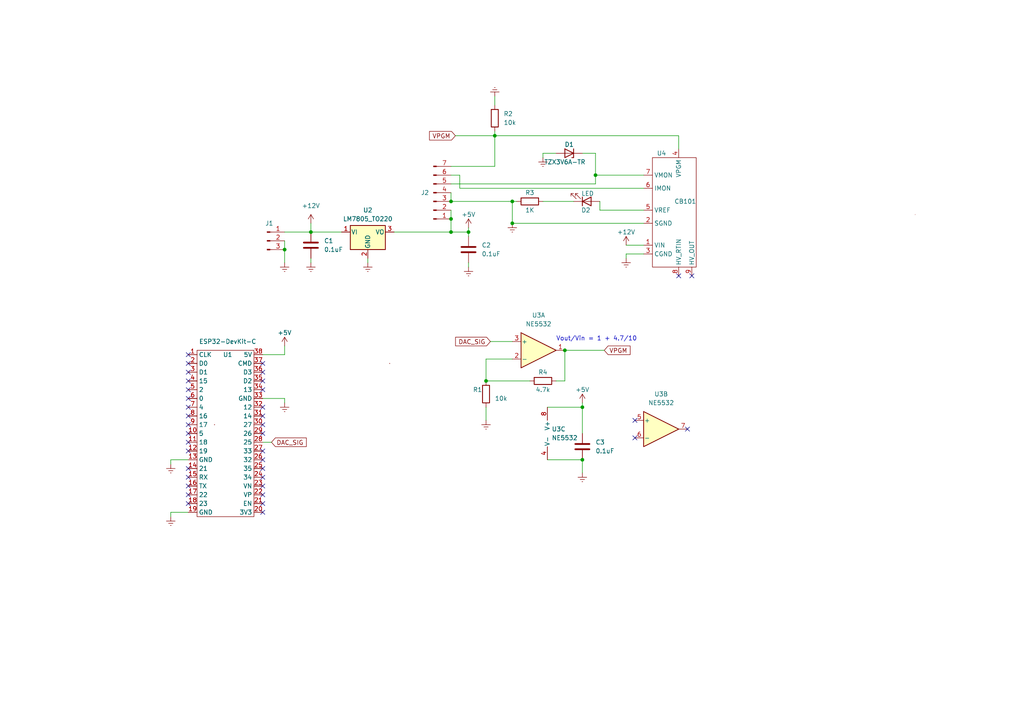
<source format=kicad_sch>
(kicad_sch (version 20211123) (generator eeschema)
  (paper "A4")
  (lib_symbols
    (symbol "Amplifier_Operational:NE5532" (pin_names (offset 0.127))
      (property "Reference" "U" (at 0 5.08 0))
      (property "Value" "NE5532" (at 0 -5.08 0))
      (symbol "NE5532_1_1"
        (polyline (pts (xy -5.08 5.08) (xy 5.08 0) (xy -5.08 -5.08) (xy -5.08 5.08)) (stroke (width 0.254)) (fill (type background)))
        (pin output line (at 7.62 0 180) (length 2.54) (name "~") (number "1"))
        (pin input line (at -7.62 -2.54 0) (length 2.54) (name "-") (number "2"))
        (pin input line (at -7.62 2.54 0) (length 2.54) (name "+") (number "3"))
      )
      (symbol "NE5532_2_1"
        (polyline (pts (xy -5.08 5.08) (xy 5.08 0) (xy -5.08 -5.08) (xy -5.08 5.08)) (stroke (width 0.254)) (fill (type background)))
        (pin input line (at -7.62 2.54 0) (length 2.54) (name "+") (number "5"))
        (pin input line (at -7.62 -2.54 0) (length 2.54) (name "-") (number "6"))
        (pin output line (at 7.62 0 180) (length 2.54) (name "~") (number "7"))
      )
      (symbol "NE5532_3_1"
        (pin power_in line (at -2.54 -7.62 90) (length 3.81) (name "V-") (number "4"))
        (pin power_in line (at -2.54 7.62 270) (length 3.81) (name "V+") (number "8"))
      )
    )
    (symbol "Connector:Conn_01x03_Male" (pin_names (offset 1.016) hide)
      (property "Reference" "J" (at 0 5.08 0))
      (property "Value" "Conn_01x03_Male" (at 0 -5.08 0))
      (symbol "Conn_01x03_Male_1_1"
        (polyline (pts (xy 1.27 -2.54) (xy 0.8636 -2.54)) (stroke (width 0.1524)))
        (polyline (pts (xy 1.27 0) (xy 0.8636 0)) (stroke (width 0.1524)))
        (polyline (pts (xy 1.27 2.54) (xy 0.8636 2.54)) (stroke (width 0.1524)))
        (rectangle (start 0.8636 -2.413) (end 0 -2.667) (stroke (width 0.1524)) (fill (type outline)))
        (rectangle (start 0.8636 0.127) (end 0 -0.127) (stroke (width 0.1524)) (fill (type outline)))
        (rectangle (start 0.8636 2.667) (end 0 2.413) (stroke (width 0.1524)) (fill (type outline)))
        (pin passive line (at 5.08 2.54 180) (length 3.81) (name "Pin_1") (number "1"))
        (pin passive line (at 5.08 0 180) (length 3.81) (name "Pin_2") (number "2"))
        (pin passive line (at 5.08 -2.54 180) (length 3.81) (name "Pin_3") (number "3"))
      )
    )
    (symbol "Connector:Conn_01x07_Male" (pin_names (offset 1.016) hide)
      (property "Reference" "J" (at 0 10.16 0))
      (property "Value" "Conn_01x07_Male" (at 0 -10.16 0))
      (symbol "Conn_01x07_Male_1_1"
        (polyline (pts (xy 1.27 -7.62) (xy 0.8636 -7.62)) (stroke (width 0.1524)))
        (polyline (pts (xy 1.27 -5.08) (xy 0.8636 -5.08)) (stroke (width 0.1524)))
        (polyline (pts (xy 1.27 -2.54) (xy 0.8636 -2.54)) (stroke (width 0.1524)))
        (polyline (pts (xy 1.27 0) (xy 0.8636 0)) (stroke (width 0.1524)))
        (polyline (pts (xy 1.27 2.54) (xy 0.8636 2.54)) (stroke (width 0.1524)))
        (polyline (pts (xy 1.27 5.08) (xy 0.8636 5.08)) (stroke (width 0.1524)))
        (polyline (pts (xy 1.27 7.62) (xy 0.8636 7.62)) (stroke (width 0.1524)))
        (rectangle (start 0.8636 -7.493) (end 0 -7.747) (stroke (width 0.1524)) (fill (type outline)))
        (rectangle (start 0.8636 -4.953) (end 0 -5.207) (stroke (width 0.1524)) (fill (type outline)))
        (rectangle (start 0.8636 -2.413) (end 0 -2.667) (stroke (width 0.1524)) (fill (type outline)))
        (rectangle (start 0.8636 0.127) (end 0 -0.127) (stroke (width 0.1524)) (fill (type outline)))
        (rectangle (start 0.8636 2.667) (end 0 2.413) (stroke (width 0.1524)) (fill (type outline)))
        (rectangle (start 0.8636 5.207) (end 0 4.953) (stroke (width 0.1524)) (fill (type outline)))
        (rectangle (start 0.8636 7.747) (end 0 7.493) (stroke (width 0.1524)) (fill (type outline)))
        (pin passive line (at 5.08 7.62 180) (length 3.81) (name "Pin_1") (number "1"))
        (pin passive line (at 5.08 5.08 180) (length 3.81) (name "Pin_2") (number "2"))
        (pin passive line (at 5.08 2.54 180) (length 3.81) (name "Pin_3") (number "3"))
        (pin passive line (at 5.08 0 180) (length 3.81) (name "Pin_4") (number "4"))
        (pin passive line (at 5.08 -2.54 180) (length 3.81) (name "Pin_5") (number "5"))
        (pin passive line (at 5.08 -5.08 180) (length 3.81) (name "Pin_6") (number "6"))
        (pin passive line (at 5.08 -7.62 180) (length 3.81) (name "Pin_7") (number "7"))
      )
    )
    (symbol "Device:C" (pin_numbers hide) (pin_names (offset 0.254))
      (property "Reference" "C" (at 0.635 2.54 0))
      (property "Value" "C" (at 0.635 -2.54 0))
      (symbol "C_0_1"
        (polyline (pts (xy -2.032 -0.762) (xy 2.032 -0.762)) (stroke (width 0.508)))
        (polyline (pts (xy -2.032 0.762) (xy 2.032 0.762)) (stroke (width 0.508)))
      )
      (symbol "C_1_1"
        (pin passive line (at 0 3.81 270) (length 2.794) (name "~") (number "1"))
        (pin passive line (at 0 -3.81 90) (length 2.794) (name "~") (number "2"))
      )
    )
    (symbol "Device:D_Zener" (pin_numbers hide) (pin_names (offset 1.016) hide)
      (property "Reference" "D" (at 0 2.54 0))
      (property "Value" "D_Zener" (at 0 -2.54 0))
      (symbol "D_Zener_0_1"
        (polyline (pts (xy 1.27 0) (xy -1.27 0)))
        (polyline (pts (xy -1.27 -1.27) (xy -1.27 1.27) (xy -0.762 1.27)) (stroke (width 0.254)))
        (polyline (pts (xy 1.27 -1.27) (xy 1.27 1.27) (xy -1.27 0) (xy 1.27 -1.27)) (stroke (width 0.254)))
      )
      (symbol "D_Zener_1_1"
        (pin passive line (at -3.81 0 0) (length 2.54) (name "K") (number "1"))
        (pin passive line (at 3.81 0 180) (length 2.54) (name "A") (number "2"))
      )
    )
    (symbol "Device:LED" (pin_numbers hide) (pin_names (offset 1.016) hide)
      (property "Reference" "D" (at 0 2.54 0))
      (property "Value" "LED" (at 0 -2.54 0))
      (symbol "LED_0_1"
        (polyline (pts (xy -1.27 -1.27) (xy -1.27 1.27)) (stroke (width 0.254)))
        (polyline (pts (xy -1.27 0) (xy 1.27 0)))
        (polyline (pts (xy 1.27 -1.27) (xy 1.27 1.27) (xy -1.27 0) (xy 1.27 -1.27)) (stroke (width 0.254)))
        (polyline (pts (xy -3.048 -0.762) (xy -4.572 -2.286) (xy -3.81 -2.286) (xy -4.572 -2.286) (xy -4.572 -1.524)))
        (polyline (pts (xy -1.778 -0.762) (xy -3.302 -2.286) (xy -2.54 -2.286) (xy -3.302 -2.286) (xy -3.302 -1.524)))
      )
      (symbol "LED_1_1"
        (pin passive line (at -3.81 0 0) (length 2.54) (name "K") (number "1"))
        (pin passive line (at 3.81 0 180) (length 2.54) (name "A") (number "2"))
      )
    )
    (symbol "Device:R" (pin_numbers hide) (pin_names (offset 0))
      (property "Reference" "R" (at 2.032 0 90))
      (property "Value" "R" (at 0 0 90))
      (symbol "R_0_1"
        (rectangle (start -1.016 -2.54) (end 1.016 2.54) (stroke (width 0.254)))
      )
      (symbol "R_1_1"
        (pin passive line (at 0 3.81 270) (length 1.27) (name "~") (number "1"))
        (pin passive line (at 0 -3.81 90) (length 1.27) (name "~") (number "2"))
      )
    )
    (symbol "Regulator_Linear:LM7805_TO220" (pin_names (offset 0.254))
      (property "Reference" "U" (at -3.81 3.175 0))
      (property "Value" "LM7805_TO220" (at 0 3.175 0))
      (symbol "LM7805_TO220_0_1"
        (rectangle (start -5.08 1.905) (end 5.08 -5.08) (stroke (width 0.254)) (fill (type background)))
      )
      (symbol "LM7805_TO220_1_1"
        (pin power_in line (at -7.62 0 0) (length 2.54) (name "VI") (number "1"))
        (pin power_in line (at 0 -7.62 90) (length 2.54) (name "GND") (number "2"))
        (pin power_out line (at 7.62 0 180) (length 2.54) (name "VO") (number "3"))
      )
    )
    (symbol "design:CB101"
      (property "Reference" "U?" (at -2.54 11.43 0))
      (property "Value" "CB101" (at 3.81 0 0))
      (symbol "CB101_0_1"
        (rectangle (start -5.08 13.97) (end 7.62 -17.78))
        (rectangle (start 71.12 -2.54) (end 71.12 -2.54))
      )
      (symbol "CB101_1_1"
        (pin input line (at -7.62 -11.43 0) (length 2.54) (name "VIN") (number "1"))
        (pin input line (at -7.62 -5.08 0) (length 2.54) (name "SGND") (number "2"))
        (pin input line (at -7.62 -13.97 0) (length 2.54) (name "CGND") (number "3"))
        (pin input line (at 2.54 16.51 270) (length 2.54) (name "VPGM") (number "4"))
        (pin input line (at -7.62 -1.27 0) (length 2.54) (name "VREF") (number "5"))
        (pin input line (at -7.62 5.08 0) (length 2.54) (name "IMON") (number "6"))
        (pin input line (at -7.62 8.89 0) (length 2.54) (name "VMON") (number "7"))
        (pin input line (at 2.54 -20.32 90) (length 2.54) (name "HV_RTIN") (number "8"))
        (pin input line (at 6.35 -20.32 90) (length 2.54) (name "HV_OUT") (number "9"))
      )
    )
    (symbol "design:ESP32-DevKit-C"
      (property "Reference" "U?" (at -3.81 27.94 0))
      (property "Value" "ESP32-DevKit-C" (at -3.81 12.7 90))
      (symbol "ESP32-DevKit-C_0_1"
        (rectangle (start -12.7 16.51) (end -12.7 16.51))
        (rectangle (start -12.7 16.51) (end -12.7 16.51))
        (rectangle (start -12.7 16.51) (end -12.7 16.51))
        (rectangle (start -12.7 16.51) (end -12.7 16.51))
        (rectangle (start -12.7 16.51) (end -12.7 16.51))
        (rectangle (start -12.7 16.51) (end -12.7 16.51))
        (rectangle (start -12.7 16.51) (end -12.7 16.51))
        (rectangle (start -12.7 16.51) (end -12.7 16.51))
        (arc (start -12.7 16.51) (mid -12.7 16.51) (end -12.7 16.51))
        (rectangle (start -11.43 26.67) (end 5.08 -21.59))
        (rectangle (start -6.35 5.08) (end -6.35 5.08))
        (rectangle (start -6.35 5.08) (end -6.35 5.08))
        (rectangle (start -6.35 5.08) (end -6.35 5.08))
        (rectangle (start -6.35 5.08) (end -6.35 5.08))
        (rectangle (start -6.35 5.08) (end -6.35 5.08))
        (rectangle (start -6.35 5.08) (end -6.35 5.08))
        (rectangle (start -6.35 5.08) (end -6.35 5.08))
        (rectangle (start -6.35 5.08) (end -6.35 5.08))
        (rectangle (start -6.35 5.08) (end -6.35 5.08))
        (polyline (pts (xy -12.7 16.51) (xy -12.7 16.51)))
        (rectangle (start 44.45 22.86) (end 44.45 22.86))
        (rectangle (start 44.45 22.86) (end 44.45 22.86))
        (rectangle (start 44.45 22.86) (end 44.45 22.86))
        (rectangle (start 44.45 22.86) (end 44.45 22.86))
        (rectangle (start 44.45 22.86) (end 44.45 22.86))
      )
      (symbol "ESP32-DevKit-C_1_1"
        (pin input line (at -13.97 25.4 0) (length 2.54) (name "CLK") (number "1"))
        (pin input line (at -13.97 2.54 0) (length 2.54) (name "5") (number "10"))
        (pin input line (at -13.97 0 0) (length 2.54) (name "18") (number "11"))
        (pin input line (at -13.97 -2.54 0) (length 2.54) (name "19") (number "12"))
        (pin input line (at -13.97 -5.08 0) (length 2.54) (name "GND") (number "13"))
        (pin input line (at -13.97 -7.62 0) (length 2.54) (name "21") (number "14"))
        (pin input line (at -13.97 -10.16 0) (length 2.54) (name "RX") (number "15"))
        (pin input line (at -13.97 -12.7 0) (length 2.54) (name "TX") (number "16"))
        (pin input line (at -13.97 -15.24 0) (length 2.54) (name "22") (number "17"))
        (pin input line (at -13.97 -17.78 0) (length 2.54) (name "23") (number "18"))
        (pin input line (at -13.97 -20.32 0) (length 2.54) (name "GND") (number "19"))
        (pin input line (at -13.97 22.86 0) (length 2.54) (name "D0") (number "2"))
        (pin input line (at 7.62 -20.32 180) (length 2.54) (name "3V3") (number "20"))
        (pin input line (at 7.62 -17.78 180) (length 2.54) (name "EN") (number "21"))
        (pin input line (at 7.62 -15.24 180) (length 2.54) (name "VP") (number "22"))
        (pin input line (at 7.62 -12.7 180) (length 2.54) (name "VN") (number "23"))
        (pin input line (at 7.62 -10.16 180) (length 2.54) (name "34") (number "24"))
        (pin input line (at 7.62 -7.62 180) (length 2.54) (name "35") (number "25"))
        (pin input line (at 7.62 -5.08 180) (length 2.54) (name "32") (number "26"))
        (pin input line (at 7.62 -2.54 180) (length 2.54) (name "33") (number "27"))
        (pin input line (at 7.62 0 180) (length 2.54) (name "25") (number "28"))
        (pin input line (at 7.62 2.54 180) (length 2.54) (name "26") (number "29"))
        (pin input line (at -13.97 20.32 0) (length 2.54) (name "D1") (number "3"))
        (pin input line (at 7.62 5.08 180) (length 2.54) (name "27") (number "30"))
        (pin input line (at 7.62 7.62 180) (length 2.54) (name "14") (number "31"))
        (pin input line (at 7.62 10.16 180) (length 2.54) (name "12") (number "32"))
        (pin input line (at 7.62 12.7 180) (length 2.54) (name "GND") (number "33"))
        (pin input line (at 7.62 15.24 180) (length 2.54) (name "13") (number "34"))
        (pin input line (at 7.62 17.78 180) (length 2.54) (name "D2") (number "35"))
        (pin input line (at 7.62 20.32 180) (length 2.54) (name "D3") (number "36"))
        (pin input line (at 7.62 22.86 180) (length 2.54) (name "CMD") (number "37"))
        (pin input line (at 7.62 25.4 180) (length 2.54) (name "5V") (number "38"))
        (pin input line (at -13.97 17.78 0) (length 2.54) (name "15") (number "4"))
        (pin input line (at -13.97 15.24 0) (length 2.54) (name "2") (number "5"))
        (pin input line (at -13.97 12.7 0) (length 2.54) (name "0") (number "6"))
        (pin input line (at -13.97 10.16 0) (length 2.54) (name "4") (number "7"))
        (pin input line (at -13.97 7.62 0) (length 2.54) (name "16") (number "8"))
        (pin input line (at -13.97 5.08 0) (length 2.54) (name "17") (number "9"))
      )
    )
    (symbol "power:+12V" (power) (pin_names (offset 0))
      (property "Value" "+12V" (at 0 3.556 0))
      (symbol "+12V_0_1"
        (polyline (pts (xy -0.762 1.27) (xy 0 2.54)))
        (polyline (pts (xy 0 0) (xy 0 2.54)))
        (polyline (pts (xy 0 2.54) (xy 0.762 1.27)))
      )
      (symbol "+12V_1_1"
        (pin power_in line (at 0 0 90) (length 0) hide (name "+12V") (number "1"))
      )
    )
    (symbol "power:+5V" (power) (pin_names (offset 0))
      (property "Value" "+5V" (at 0 3.556 0))
      (symbol "+5V_0_1"
        (polyline (pts (xy -0.762 1.27) (xy 0 2.54)))
        (polyline (pts (xy 0 0) (xy 0 2.54)))
        (polyline (pts (xy 0 2.54) (xy 0.762 1.27)))
      )
      (symbol "+5V_1_1"
        (pin power_in line (at 0 0 90) (length 0) hide (name "+5V") (number "1"))
      )
    )
    (symbol "power:Earth" (power) (pin_names (offset 0))
      (symbol "Earth_0_1"
        (polyline (pts (xy -0.635 -1.905) (xy 0.635 -1.905)))
        (polyline (pts (xy -0.127 -2.54) (xy 0.127 -2.54)))
        (polyline (pts (xy 0 -1.27) (xy 0 0)))
        (polyline (pts (xy 1.27 -1.27) (xy -1.27 -1.27)))
      )
      (symbol "Earth_1_1"
        (pin power_in line (at 0 0 270) (length 0) hide (name "Earth") (number "1"))
      )
    )
  )
  (junction (at 130.81 58.42))
  (junction (at 168.91 133.35))
  (junction (at 163.83 101.6))
  (junction (at 148.59 58.42))
  (junction (at 172.72 50.8))
  (junction (at 168.91 118.11))
  (junction (at 143.51 39.37))
  (junction (at 130.81 67.31))
  (junction (at 140.97 110.49))
  (junction (at 90.17 67.31))
  (junction (at 148.59 64.77))
  (junction (at 130.81 63.5))
  (junction (at 82.55 72.39))
  (junction (at 135.89 67.31))
  (no_connect (at 54.61 102.87))
  (no_connect (at 54.61 107.95))
  (no_connect (at 54.61 138.43))
  (no_connect (at 54.61 140.97))
  (no_connect (at 54.61 143.51))
  (no_connect (at 54.61 146.05))
  (no_connect (at 76.2 146.05))
  (no_connect (at 76.2 143.51))
  (no_connect (at 76.2 148.59))
  (no_connect (at 54.61 130.81))
  (no_connect (at 54.61 125.73))
  (no_connect (at 54.61 135.89))
  (no_connect (at 54.61 128.27))
  (no_connect (at 54.61 120.65))
  (no_connect (at 54.61 123.19))
  (no_connect (at 54.61 118.11))
  (no_connect (at 54.61 113.03))
  (no_connect (at 54.61 115.57))
  (no_connect (at 54.61 105.41))
  (no_connect (at 54.61 110.49))
  (no_connect (at 196.85 80.01))
  (no_connect (at 200.66 80.01))
  (no_connect (at 184.15 127))
  (no_connect (at 184.15 121.92))
  (no_connect (at 199.39 124.46))
  (no_connect (at 76.2 130.81))
  (no_connect (at 76.2 123.19))
  (no_connect (at 76.2 125.73))
  (no_connect (at 76.2 105.41))
  (no_connect (at 76.2 107.95))
  (no_connect (at 76.2 110.49))
  (no_connect (at 76.2 120.65))
  (no_connect (at 76.2 113.03))
  (no_connect (at 76.2 118.11))
  (no_connect (at 76.2 138.43))
  (no_connect (at 76.2 140.97))
  (no_connect (at 76.2 133.35))
  (no_connect (at 76.2 135.89))
  (wire (pts (xy 130.81 58.42) (xy 148.59 58.42)))
  (wire (pts (xy 49.53 148.59) (xy 49.53 149.86)))
  (wire (pts (xy 135.89 67.31) (xy 135.89 68.58)))
  (wire (pts (xy 135.89 66.04) (xy 135.89 67.31)))
  (wire (pts (xy 130.81 67.31) (xy 135.89 67.31)))
  (wire (pts (xy 143.51 39.37) (xy 143.51 48.26)))
  (wire (pts (xy 90.17 74.93) (xy 90.17 76.2)))
  (wire (pts (xy 186.69 54.61) (xy 133.35 54.61)))
  (wire (pts (xy 82.55 102.87) (xy 82.55 100.33)))
  (wire (pts (xy 82.55 116.84) (xy 82.55 115.57)))
  (wire (pts (xy 168.91 118.11) (xy 168.91 125.73)))
  (wire (pts (xy 90.17 67.31) (xy 99.06 67.31)))
  (wire (pts (xy 114.3 67.31) (xy 130.81 67.31)))
  (wire (pts (xy 148.59 58.42) (xy 149.86 58.42)))
  (wire (pts (xy 106.68 74.93) (xy 106.68 76.2)))
  (wire (pts (xy 130.81 55.88) (xy 130.81 58.42)))
  (wire (pts (xy 54.61 148.59) (xy 49.53 148.59)))
  (wire (pts (xy 82.55 72.39) (xy 82.55 76.2)))
  (wire (pts (xy 196.85 43.18) (xy 196.85 39.37)))
  (wire (pts (xy 142.24 99.06) (xy 148.59 99.06)))
  (wire (pts (xy 143.51 38.1) (xy 143.51 39.37)))
  (wire (pts (xy 168.91 116.84) (xy 168.91 118.11)))
  (wire (pts (xy 140.97 118.11) (xy 140.97 121.92)))
  (wire (pts (xy 76.2 128.27) (xy 78.74 128.27)))
  (wire (pts (xy 130.81 63.5) (xy 130.81 67.31)))
  (wire (pts (xy 148.59 104.14) (xy 140.97 104.14)))
  (wire (pts (xy 143.51 27.94) (xy 143.51 30.48)))
  (wire (pts (xy 82.55 115.57) (xy 76.2 115.57)))
  (wire (pts (xy 133.35 50.8) (xy 130.81 50.8)))
  (wire (pts (xy 186.69 50.8) (xy 172.72 50.8)))
  (wire (pts (xy 196.85 39.37) (xy 143.51 39.37)))
  (wire (pts (xy 163.83 101.6) (xy 163.83 110.49)))
  (wire (pts (xy 148.59 64.77) (xy 148.59 58.42)))
  (wire (pts (xy 168.91 133.35) (xy 168.91 137.16)))
  (wire (pts (xy 163.83 101.6) (xy 175.26 101.6)))
  (wire (pts (xy 135.89 76.2) (xy 135.89 77.47)))
  (wire (pts (xy 186.69 73.66) (xy 181.61 73.66)))
  (wire (pts (xy 163.83 110.49) (xy 161.29 110.49)))
  (wire (pts (xy 130.81 60.96) (xy 130.81 63.5)))
  (wire (pts (xy 130.81 53.34) (xy 172.72 53.34)))
  (wire (pts (xy 181.61 71.12) (xy 186.69 71.12)))
  (wire (pts (xy 90.17 64.77) (xy 90.17 67.31)))
  (wire (pts (xy 172.72 44.45) (xy 168.91 44.45)))
  (wire (pts (xy 172.72 50.8) (xy 172.72 44.45)))
  (wire (pts (xy 54.61 133.35) (xy 49.53 133.35)))
  (wire (pts (xy 140.97 104.14) (xy 140.97 110.49)))
  (wire (pts (xy 82.55 69.85) (xy 82.55 72.39)))
  (wire (pts (xy 82.55 67.31) (xy 90.17 67.31)))
  (wire (pts (xy 76.2 102.87) (xy 82.55 102.87)))
  (wire (pts (xy 186.69 64.77) (xy 148.59 64.77)))
  (wire (pts (xy 130.81 48.26) (xy 143.51 48.26)))
  (wire (pts (xy 173.99 60.96) (xy 173.99 58.42)))
  (wire (pts (xy 168.91 118.11) (xy 158.75 118.11)))
  (wire (pts (xy 140.97 110.49) (xy 153.67 110.49)))
  (wire (pts (xy 157.48 44.45) (xy 161.29 44.45)))
  (wire (pts (xy 158.75 133.35) (xy 168.91 133.35)))
  (wire (pts (xy 157.48 58.42) (xy 166.37 58.42)))
  (wire (pts (xy 186.69 60.96) (xy 173.99 60.96)))
  (wire (pts (xy 133.35 50.8) (xy 133.35 54.61)))
  (wire (pts (xy 172.72 53.34) (xy 172.72 50.8)))
  (wire (pts (xy 49.53 133.35) (xy 49.53 134.62)))
  (wire (pts (xy 181.61 73.66) (xy 181.61 74.93)))
  (wire (pts (xy 132.08 39.37) (xy 143.51 39.37)))
  (wire (pts (xy 157.48 44.45) (xy 157.48 45.72)))
  (text "Vout/Vin = 1 + 4.7/10" (at 161.29 99.06 0) (effects (font (size 1.27 1.27)) (justify left bottom)))
  (global_label "DAC_SIG" (shape input) (at 142.24 99.06 180) (property "Intersheet References" "${INTERSHEET_REFS}" (effects hide)))
  (global_label "DAC_SIG" (shape input) (at 78.74 128.27 0) (property "Intersheet References" "${INTERSHEET_REFS}" (effects hide)))
  (global_label "VPGM" (shape input) (at 175.26 101.6 0) (property "Intersheet References" "${INTERSHEET_REFS}" (effects hide)))
  (global_label "VPGM" (shape input) (at 132.08 39.37 180) (property "Intersheet References" "${INTERSHEET_REFS}" (effects hide)))
  (symbol (lib_id "power:Earth") (at 143.51 27.94 180) (unit 1)
    (property "Reference" "#PWR0117" (effects hide))
    (property "Value" "Earth" (effects hide))
  )
  (symbol (lib_id "power:Earth") (at 168.91 137.16 0) (unit 1)
    (property "Reference" "#PWR0114" (effects hide))
    (property "Value" "Earth" (effects hide))
  )
  (symbol (lib_id "power:+12V") (at 90.17 64.77 0) (unit 1)
    (property "Reference" "#PWR0108" (effects hide))
    (property "Value" "+12V" (at 90.17 59.69 0))
  )
  (symbol (lib_id "Device:D_Zener") (at 165.1 44.45 180) (unit 1)
    (property "Reference" "D1" (at 165.1 41.91 0))
    (property "Value" "TZX3V6A-TR" (at 163.83 46.99 0))
    (property "Footprint" "Diode_THT:D_DO-35_SOD27_P7.62mm_Horizontal" (effects hide))
  )
  (symbol (lib_id "power:Earth") (at 181.61 74.93 0) (unit 1)
    (property "Reference" "#PWR0111" (effects hide))
    (property "Value" "Earth" (effects hide))
  )
  (symbol (lib_id "Device:C") (at 168.91 129.54 0) (unit 1)
    (property "Reference" "C3" (at 172.72 128.2699 0) (effects (justify left)))
    (property "Value" "0.1uF" (at 172.72 130.8099 0) (effects (justify left)))
    (property "Footprint" "Capacitor_THT:C_Disc_D6.0mm_W2.5mm_P5.00mm" (effects hide))
  )
  (symbol (lib_id "Connector:Conn_01x03_Male") (at 77.47 69.85 0) (unit 1)
    (property "Reference" "J1" (at 78.105 64.77 0))
    (property "Value" "Conn_01x03_Male" (effects hide))
    (property "Footprint" "Connector_PinSocket_2.54mm:PinSocket_1x03_P2.54mm_Vertical" (effects hide))
  )
  (symbol (lib_id "Regulator_Linear:LM7805_TO220") (at 106.68 67.31 0) (unit 1)
    (property "Reference" "U2" (at 106.68 60.96 0))
    (property "Value" "LM7805_TO220" (at 106.68 63.5 0))
    (property "Footprint" "Package_TO_SOT_THT:TO-220-3_Vertical" (effects hide))
    (property "Datasheet" "https://www.onsemi.cn/PowerSolutions/document/MC7800-D.PDF" (effects hide))
  )
  (symbol (lib_id "power:+5V") (at 82.55 100.33 0) (unit 1)
    (property "Reference" "#PWR0104" (effects hide))
    (property "Value" "+5V" (at 82.55 96.52 0))
  )
  (symbol (lib_id "power:Earth") (at 140.97 121.92 0) (unit 1)
    (property "Reference" "#PWR0112" (effects hide))
    (property "Value" "Earth" (effects hide))
  )
  (symbol (lib_id "power:+5V") (at 135.89 66.04 0) (unit 1)
    (property "Reference" "#PWR0102" (effects hide))
    (property "Value" "+5V" (at 135.89 62.23 0))
  )
  (symbol (lib_id "design:CB101") (at 194.31 59.69 0) (unit 1)
    (property "Reference" "U4" (at 190.5 44.45 0) (effects (justify left)))
    (property "Value" "CB101" (at 195.58 58.42 0) (effects (justify left)))
    (property "Footprint" "Library:CB101" (effects hide))
  )
  (symbol (lib_id "power:Earth") (at 82.55 116.84 0) (unit 1)
    (property "Reference" "#PWR0103" (effects hide))
    (property "Value" "Earth" (effects hide))
  )
  (symbol (lib_id "power:Earth") (at 49.53 149.86 0) (unit 1)
    (property "Reference" "#PWR0109" (effects hide))
    (property "Value" "Earth" (effects hide))
  )
  (symbol (lib_id "Connector:Conn_01x07_Male") (at 125.73 55.88 0) (mirror x) (unit 1)
    (property "Reference" "J2" (at 124.46 55.8799 0) (effects (justify right)))
    (property "Value" "Conn_01x07_Male" (effects hide))
    (property "Footprint" "Connector_PinSocket_2.54mm:PinSocket_1x07_P2.54mm_Vertical" (effects hide))
  )
  (symbol (lib_id "design:ESP32-DevKit-C") (at 68.58 128.27 0) (unit 1)
    (property "Reference" "U1" (at 66.04 102.87 0))
    (property "Value" "ESP32-DevKit-C" (at 66.04 99.06 0))
    (property "Footprint" "Library:ESP32-devkitC-v4" (effects hide))
  )
  (symbol (lib_id "Amplifier_Operational:NE5532") (at 161.29 125.73 0) (unit 3)
    (property "Reference" "U3" (at 160.02 124.4599 0) (effects (justify left)))
    (property "Value" "NE5532" (at 160.02 126.9999 0) (effects (justify left)))
    (property "Footprint" "Package_DIP:DIP-8_W7.62mm" (effects hide))
    (property "Datasheet" "http://www.ti.com/lit/ds/symlink/ne5532.pdf" (effects hide))
  )
  (symbol (lib_id "Amplifier_Operational:NE5532") (at 156.21 101.6 0) (unit 1)
    (property "Reference" "U3" (at 156.21 91.44 0))
    (property "Value" "NE5532" (at 156.21 93.98 0))
    (property "Footprint" "Package_DIP:DIP-8_W7.62mm" (effects hide))
    (property "Datasheet" "http://www.ti.com/lit/ds/symlink/ne5532.pdf" (effects hide))
  )
  (symbol (lib_id "Device:R") (at 157.48 110.49 90) (unit 1)
    (property "Reference" "R4" (at 157.48 107.95 90))
    (property "Value" "4.7k" (at 157.48 113.03 90))
    (property "Footprint" "Resistor_THT:R_Axial_DIN0309_L9.0mm_D3.2mm_P15.24mm_Horizontal" (effects hide))
  )
  (symbol (lib_id "Amplifier_Operational:NE5532") (at 191.77 124.46 0) (unit 2)
    (property "Reference" "U3" (at 191.77 114.3 0))
    (property "Value" "NE5532" (at 191.77 116.84 0))
    (property "Footprint" "Package_DIP:DIP-8_W7.62mm" (effects hide))
    (property "Datasheet" "http://www.ti.com/lit/ds/symlink/ne5532.pdf" (effects hide))
  )
  (symbol (lib_id "power:+12V") (at 181.61 71.12 0) (unit 1)
    (property "Reference" "#PWR0118" (effects hide))
    (property "Value" "+12V" (at 181.61 67.31 0))
  )
  (symbol (lib_id "Device:R") (at 143.51 34.29 0) (unit 1)
    (property "Reference" "R2" (at 146.05 33.0199 0) (effects (justify left)))
    (property "Value" "10k" (at 146.05 35.5599 0) (effects (justify left)))
    (property "Footprint" "Resistor_THT:R_Axial_DIN0309_L9.0mm_D3.2mm_P15.24mm_Horizontal" (effects hide))
  )
  (symbol (lib_id "power:+5V") (at 168.91 116.84 0) (unit 1)
    (property "Reference" "#PWR0113" (effects hide))
    (property "Value" "+5V" (at 168.91 113.03 0))
  )
  (symbol (lib_id "power:Earth") (at 148.59 64.77 0) (unit 1)
    (property "Reference" "#PWR0115" (effects hide))
    (property "Value" "Earth" (effects hide))
  )
  (symbol (lib_id "power:Earth") (at 82.55 76.2 0) (unit 1)
    (property "Reference" "#PWR0105" (effects hide))
    (property "Value" "Earth" (effects hide))
  )
  (symbol (lib_id "Device:R") (at 140.97 114.3 0) (unit 1)
    (property "Reference" "R1" (at 137.16 113.03 0) (effects (justify left)))
    (property "Value" "10k" (at 143.51 115.5699 0) (effects (justify left)))
    (property "Footprint" "Resistor_THT:R_Axial_DIN0309_L9.0mm_D3.2mm_P15.24mm_Horizontal" (effects hide))
  )
  (symbol (lib_id "power:Earth") (at 135.89 77.47 0) (unit 1)
    (property "Reference" "#PWR0101" (effects hide))
    (property "Value" "Earth" (effects hide))
  )
  (symbol (lib_id "Device:LED") (at 170.18 58.42 0) (mirror x) (unit 1)
    (property "Reference" "D2" (at 169.926 60.96 0))
    (property "Value" "LED" (at 170.434 56.134 0))
    (property "Footprint" "LED_THT:LED_D3.0mm_Clear" (effects hide))
  )
  (symbol (lib_id "power:Earth") (at 90.17 76.2 0) (unit 1)
    (property "Reference" "#PWR0106" (effects hide))
    (property "Value" "Earth" (effects hide))
  )
  (symbol (lib_id "Device:R") (at 153.67 58.42 90) (unit 1)
    (property "Reference" "R3" (at 153.67 55.88 90))
    (property "Value" "1K" (at 153.67 60.96 90))
    (property "Footprint" "Resistor_THT:R_Axial_DIN0309_L9.0mm_D3.2mm_P15.24mm_Horizontal" (effects hide))
  )
  (symbol (lib_id "power:Earth") (at 106.68 76.2 0) (unit 1)
    (property "Reference" "#PWR0107" (effects hide))
    (property "Value" "Earth" (effects hide))
  )
  (symbol (lib_id "Device:C") (at 135.89 72.39 0) (unit 1)
    (property "Reference" "C2" (at 139.7 71.1199 0) (effects (justify left)))
    (property "Value" "0.1uF" (at 139.7 73.6599 0) (effects (justify left)))
    (property "Footprint" "Capacitor_THT:C_Disc_D6.0mm_W2.5mm_P5.00mm" (effects hide))
  )
  (symbol (lib_id "Device:C") (at 90.17 71.12 0) (unit 1)
    (property "Reference" "C1" (at 93.98 69.8499 0) (effects (justify left)))
    (property "Value" "0.1uF" (at 93.98 72.3899 0) (effects (justify left)))
    (property "Footprint" "Capacitor_THT:C_Disc_D6.0mm_W2.5mm_P5.00mm" (effects hide))
  )
  (symbol (lib_id "power:Earth") (at 49.53 134.62 0) (unit 1)
    (property "Reference" "#PWR0110" (effects hide))
    (property "Value" "Earth" (effects hide))
  )
  (symbol (lib_id "power:Earth") (at 157.48 45.72 0) (unit 1)
    (property "Reference" "#PWR0116" (effects hide))
    (property "Value" "Earth" (effects hide))
  )
)
</source>
